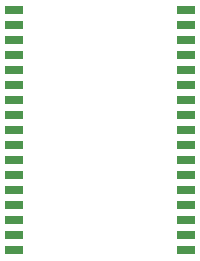
<source format=gtp>
G04 MADE WITH FRITZING*
G04 WWW.FRITZING.ORG*
G04 DOUBLE SIDED*
G04 HOLES PLATED*
G04 CONTOUR ON CENTER OF CONTOUR VECTOR*
%ASAXBY*%
%FSLAX23Y23*%
%MOIN*%
%OFA0B0*%
%SFA1.0B1.0*%
%ADD10R,0.062992X0.031496*%
%LNPASTEMASK1*%
G90*
G70*
G54D10*
X1794Y1226D03*
X1794Y1176D03*
X1794Y1126D03*
X1794Y1076D03*
X1794Y1026D03*
X1794Y976D03*
X1794Y926D03*
X1794Y877D03*
X1794Y827D03*
X1794Y777D03*
X1794Y727D03*
X1794Y677D03*
X1794Y627D03*
X1794Y577D03*
X1794Y527D03*
X1794Y477D03*
X1794Y427D03*
X2365Y1226D03*
X2365Y1176D03*
X2365Y1126D03*
X2365Y1076D03*
X2365Y1026D03*
X2365Y976D03*
X2365Y926D03*
X2365Y877D03*
X2365Y827D03*
X2365Y777D03*
X2365Y727D03*
X2365Y677D03*
X2365Y627D03*
X2365Y577D03*
X2365Y527D03*
X2365Y477D03*
X2365Y427D03*
G04 End of PasteMask1*
M02*
</source>
